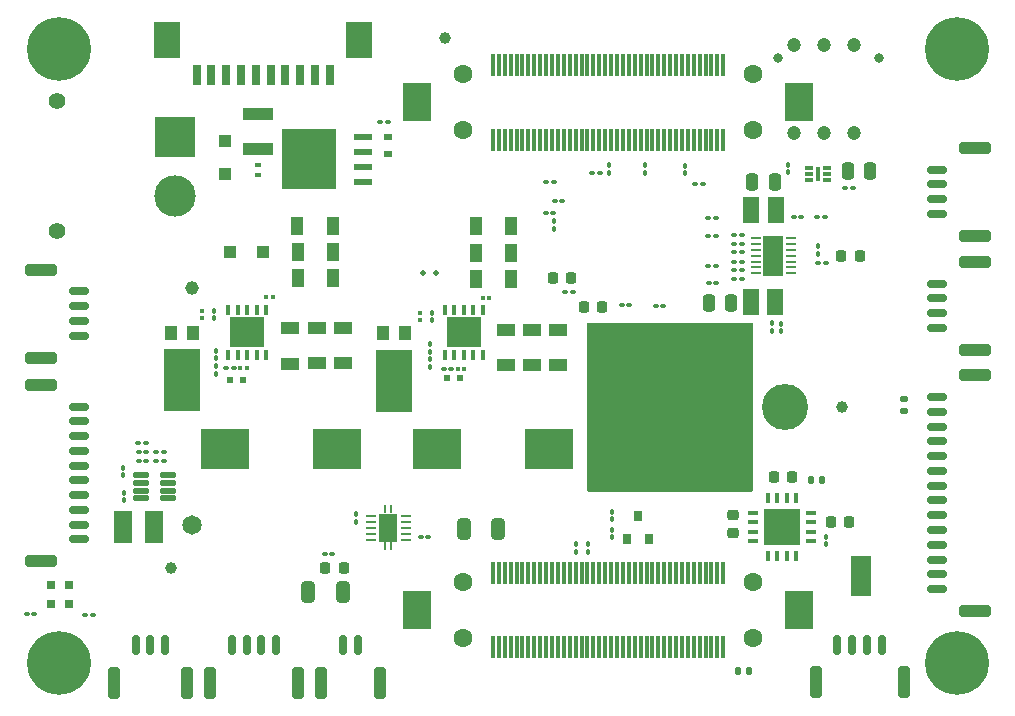
<source format=gbr>
%TF.GenerationSoftware,KiCad,Pcbnew,7.0.10*%
%TF.CreationDate,2024-02-09T12:16:23-05:00*%
%TF.ProjectId,pixc4-jetson-universal-carrier,70697863-342d-46a6-9574-736f6e2d756e,rev?*%
%TF.SameCoordinates,Original*%
%TF.FileFunction,Soldermask,Top*%
%TF.FilePolarity,Negative*%
%FSLAX46Y46*%
G04 Gerber Fmt 4.6, Leading zero omitted, Abs format (unit mm)*
G04 Created by KiCad (PCBNEW 7.0.10) date 2024-02-09 12:16:23*
%MOMM*%
%LPD*%
G01*
G04 APERTURE LIST*
G04 Aperture macros list*
%AMRoundRect*
0 Rectangle with rounded corners*
0 $1 Rounding radius*
0 $2 $3 $4 $5 $6 $7 $8 $9 X,Y pos of 4 corners*
0 Add a 4 corners polygon primitive as box body*
4,1,4,$2,$3,$4,$5,$6,$7,$8,$9,$2,$3,0*
0 Add four circle primitives for the rounded corners*
1,1,$1+$1,$2,$3*
1,1,$1+$1,$4,$5*
1,1,$1+$1,$6,$7*
1,1,$1+$1,$8,$9*
0 Add four rect primitives between the rounded corners*
20,1,$1+$1,$2,$3,$4,$5,0*
20,1,$1+$1,$4,$5,$6,$7,0*
20,1,$1+$1,$6,$7,$8,$9,0*
20,1,$1+$1,$8,$9,$2,$3,0*%
G04 Aperture macros list end*
%ADD10C,0.499999*%
%ADD11R,2.500000X1.000000*%
%ADD12R,1.100000X1.100000*%
%ADD13R,0.700000X0.600000*%
%ADD14RoundRect,0.150000X0.700000X-0.150000X0.700000X0.150000X-0.700000X0.150000X-0.700000X-0.150000X0*%
%ADD15RoundRect,0.250000X1.100000X-0.250000X1.100000X0.250000X-1.100000X0.250000X-1.100000X-0.250000X0*%
%ADD16R,2.200000X3.100000*%
%ADD17R,0.800000X1.700000*%
%ADD18RoundRect,0.150000X-0.700000X0.150000X-0.700000X-0.150000X0.700000X-0.150000X0.700000X0.150000X0*%
%ADD19RoundRect,0.250000X-1.100000X0.250000X-1.100000X-0.250000X1.100000X-0.250000X1.100000X0.250000X0*%
%ADD20C,1.400000*%
%ADD21R,3.500000X3.500000*%
%ADD22C,3.500000*%
%ADD23R,0.600000X0.400000*%
%ADD24RoundRect,0.100000X0.100000X-0.130000X0.100000X0.130000X-0.100000X0.130000X-0.100000X-0.130000X0*%
%ADD25RoundRect,0.100000X-0.130000X-0.100000X0.130000X-0.100000X0.130000X0.100000X-0.130000X0.100000X0*%
%ADD26R,1.000000X1.600000*%
%ADD27R,1.600000X1.000000*%
%ADD28R,0.350000X0.300000*%
%ADD29R,0.300000X0.350000*%
%ADD30R,0.600000X0.500000*%
%ADD31RoundRect,0.100000X0.130000X0.100000X-0.130000X0.100000X-0.130000X-0.100000X0.130000X-0.100000X0*%
%ADD32R,0.320000X0.860000*%
%ADD33R,3.000000X2.600000*%
%ADD34R,3.098800X5.207000*%
%ADD35R,0.990600X1.143000*%
%ADD36RoundRect,0.100000X-0.100000X0.130000X-0.100000X-0.130000X0.100000X-0.130000X0.100000X0.130000X0*%
%ADD37R,0.800000X0.900000*%
%ADD38R,4.100000X3.500000*%
%ADD39R,4.099999X3.500001*%
%ADD40C,0.800000*%
%ADD41C,5.400000*%
%ADD42R,0.300000X1.900000*%
%ADD43C,1.600000*%
%ADD44R,2.450000X3.200000*%
%ADD45R,0.800000X0.800000*%
%ADD46C,1.000000*%
%ADD47RoundRect,0.150000X-0.150000X-0.700000X0.150000X-0.700000X0.150000X0.700000X-0.150000X0.700000X0*%
%ADD48RoundRect,0.250000X-0.250000X-1.100000X0.250000X-1.100000X0.250000X1.100000X-0.250000X1.100000X0*%
%ADD49R,1.800000X3.400000*%
%ADD50RoundRect,0.225000X-0.225000X-0.250000X0.225000X-0.250000X0.225000X0.250000X-0.225000X0.250000X0*%
%ADD51RoundRect,0.012800X-0.147200X0.407200X-0.147200X-0.407200X0.147200X-0.407200X0.147200X0.407200X0*%
%ADD52RoundRect,0.012800X-0.407200X-0.147200X0.407200X-0.147200X0.407200X0.147200X-0.407200X0.147200X0*%
%ADD53R,3.100000X3.100000*%
%ADD54R,1.549400X2.692400*%
%ADD55RoundRect,0.140000X0.140000X0.170000X-0.140000X0.170000X-0.140000X-0.170000X0.140000X-0.170000X0*%
%ADD56R,0.635000X0.304800*%
%ADD57R,0.457200X1.295400*%
%ADD58RoundRect,0.250000X0.250000X0.475000X-0.250000X0.475000X-0.250000X-0.475000X0.250000X-0.475000X0*%
%ADD59RoundRect,0.218750X-0.218750X-0.256250X0.218750X-0.256250X0.218750X0.256250X-0.218750X0.256250X0*%
%ADD60RoundRect,0.250000X-0.300000X-0.300000X0.300000X-0.300000X0.300000X0.300000X-0.300000X0.300000X0*%
%ADD61RoundRect,0.250000X0.325000X0.650000X-0.325000X0.650000X-0.325000X-0.650000X0.325000X-0.650000X0*%
%ADD62R,1.350000X2.200000*%
%ADD63R,1.524000X0.533400*%
%ADD64R,4.648200X5.054600*%
%ADD65R,0.850000X0.280000*%
%ADD66R,0.280000X0.700000*%
%ADD67R,1.650000X2.400000*%
%ADD68R,0.804800X0.249200*%
%ADD69R,1.800000X3.400001*%
%ADD70RoundRect,0.147500X0.172500X-0.147500X0.172500X0.147500X-0.172500X0.147500X-0.172500X-0.147500X0*%
%ADD71RoundRect,0.125000X-0.537500X-0.125000X0.537500X-0.125000X0.537500X0.125000X-0.537500X0.125000X0*%
%ADD72RoundRect,0.147500X-0.147500X-0.172500X0.147500X-0.172500X0.147500X0.172500X-0.147500X0.172500X0*%
%ADD73RoundRect,0.225000X0.225000X0.250000X-0.225000X0.250000X-0.225000X-0.250000X0.225000X-0.250000X0*%
%ADD74RoundRect,0.225000X0.250000X-0.225000X0.250000X0.225000X-0.250000X0.225000X-0.250000X-0.225000X0*%
%ADD75RoundRect,0.250000X-0.325000X-0.650000X0.325000X-0.650000X0.325000X0.650000X-0.325000X0.650000X0*%
%ADD76C,1.200000*%
%ADD77C,3.900000*%
%ADD78C,1.150000*%
%ADD79C,1.650000*%
G04 APERTURE END LIST*
D10*
%TO.C,U14*%
X93459999Y-100730000D03*
X92360001Y-100730000D03*
%TD*%
D11*
%TO.C,C9*%
X78392200Y-90238400D03*
X78392200Y-87238400D03*
%TD*%
D12*
%TO.C,D1*%
X75532200Y-92333400D03*
X75532200Y-89533400D03*
%TD*%
D13*
%TO.C,D6*%
X89392200Y-90618400D03*
X89392200Y-89218400D03*
%TD*%
D14*
%TO.C,J9*%
X135872200Y-95683400D03*
X135872200Y-94433400D03*
X135872200Y-93183400D03*
X135872200Y-91933400D03*
D15*
X139072200Y-97533400D03*
X139072200Y-90083400D03*
%TD*%
D16*
%TO.C,J10*%
X86915800Y-80993320D03*
X70665800Y-80993320D03*
D17*
X84415800Y-83893320D03*
X83165800Y-83893320D03*
X81915800Y-83893320D03*
X80665800Y-83893320D03*
X79415800Y-83893320D03*
X78165800Y-83893320D03*
X76915800Y-83893320D03*
X75665800Y-83893320D03*
X74415800Y-83893320D03*
X73165800Y-83893320D03*
%TD*%
D18*
%TO.C,J20*%
X63220000Y-112000000D03*
X63220000Y-113250000D03*
X63220000Y-114500000D03*
X63220000Y-115750000D03*
X63220000Y-117000000D03*
X63220000Y-118250000D03*
X63220000Y-119500000D03*
X63220000Y-120750000D03*
X63220000Y-122000000D03*
X63220000Y-123250000D03*
D19*
X60020000Y-110150000D03*
X60020000Y-125100000D03*
%TD*%
D20*
%TO.C,J27*%
X61310700Y-97173560D03*
X61310700Y-86173560D03*
D21*
X71310700Y-89173560D03*
D22*
X71310700Y-94173560D03*
%TD*%
D23*
%TO.C,R5*%
X78352200Y-92418400D03*
X78352200Y-91518400D03*
%TD*%
D24*
%TO.C,R12*%
X92920300Y-107378300D03*
X92920300Y-106738300D03*
%TD*%
D25*
%TO.C,R18*%
X88687200Y-87908400D03*
X89327200Y-87908400D03*
%TD*%
D26*
%TO.C,C7*%
X96812200Y-96718400D03*
X99812200Y-96718400D03*
%TD*%
D27*
%TO.C,C24*%
X101593520Y-108501100D03*
X101593520Y-105501100D03*
%TD*%
D26*
%TO.C,C10*%
X96812200Y-98963500D03*
X99812200Y-98963500D03*
%TD*%
%TO.C,C12*%
X96807200Y-101228400D03*
X99807200Y-101228400D03*
%TD*%
D28*
%TO.C,C14*%
X92092200Y-104098400D03*
X92092200Y-104658400D03*
%TD*%
D29*
%TO.C,C16*%
X95265300Y-108823300D03*
X95825300Y-108823300D03*
%TD*%
D27*
%TO.C,C22*%
X99381180Y-108485860D03*
X99381180Y-105485860D03*
%TD*%
%TO.C,C26*%
X103770300Y-108498300D03*
X103770300Y-105498300D03*
%TD*%
D30*
%TO.C,C18*%
X94370300Y-109623300D03*
X95470300Y-109623300D03*
%TD*%
D29*
%TO.C,C20*%
X97925300Y-102773300D03*
X97365300Y-102773300D03*
%TD*%
D31*
%TO.C,R6*%
X94732200Y-108818400D03*
X94092200Y-108818400D03*
%TD*%
D24*
%TO.C,R8*%
X93072200Y-104698400D03*
X93072200Y-104058400D03*
%TD*%
D32*
%TO.C,U3*%
X97370300Y-103788300D03*
X96570300Y-103788300D03*
X95770300Y-103788300D03*
X94970300Y-103788300D03*
X94170300Y-103788300D03*
X94170300Y-107658300D03*
X94970300Y-107658300D03*
X95770300Y-107658300D03*
X96570300Y-107658300D03*
X97370300Y-107658300D03*
D33*
X95770300Y-105723300D03*
%TD*%
D34*
%TO.C,D2*%
X89845300Y-109802400D03*
D35*
X90765301Y-105814600D03*
X88925299Y-105814600D03*
%TD*%
D36*
%TO.C,R19*%
X105257600Y-123657400D03*
X105257600Y-124297400D03*
%TD*%
D37*
%TO.C,Q1*%
X109590000Y-123240000D03*
X111490000Y-123240000D03*
X110540000Y-121240000D03*
%TD*%
D24*
%TO.C,R1*%
X108310000Y-123055000D03*
X108310000Y-122415000D03*
%TD*%
%TO.C,R2*%
X108330000Y-121560000D03*
X108330000Y-120920000D03*
%TD*%
D31*
%TO.C,R7*%
X76322200Y-108768400D03*
X75682200Y-108768400D03*
%TD*%
D24*
%TO.C,R9*%
X74645300Y-104518300D03*
X74645300Y-103878300D03*
%TD*%
D38*
%TO.C,L2*%
X75570300Y-115573300D03*
D39*
X85070300Y-115573300D03*
%TD*%
D24*
%TO.C,R14*%
X74770300Y-109248300D03*
X74770300Y-108608300D03*
%TD*%
D27*
%TO.C,C25*%
X83345300Y-108348300D03*
X83345300Y-105348300D03*
%TD*%
D26*
%TO.C,C13*%
X81698200Y-96746400D03*
X84698200Y-96746400D03*
%TD*%
D27*
%TO.C,C23*%
X81045300Y-108373300D03*
X81045300Y-105373300D03*
%TD*%
D29*
%TO.C,C17*%
X76862200Y-108768400D03*
X77422200Y-108768400D03*
%TD*%
D26*
%TO.C,C11*%
X81712200Y-98948400D03*
X84712200Y-98948400D03*
%TD*%
%TO.C,C8*%
X81712200Y-101148400D03*
X84712200Y-101148400D03*
%TD*%
D30*
%TO.C,C19*%
X75962200Y-109728400D03*
X77062200Y-109728400D03*
%TD*%
D28*
%TO.C,C15*%
X73645300Y-103918300D03*
X73645300Y-104478300D03*
%TD*%
D29*
%TO.C,C21*%
X79625300Y-102723300D03*
X79065300Y-102723300D03*
%TD*%
D27*
%TO.C,C27*%
X85570300Y-108348300D03*
X85570300Y-105348300D03*
%TD*%
D32*
%TO.C,U4*%
X79045300Y-103788300D03*
X78245300Y-103788300D03*
X77445300Y-103788300D03*
X76645300Y-103788300D03*
X75845300Y-103788300D03*
X75845300Y-107658300D03*
X76645300Y-107658300D03*
X77445300Y-107658300D03*
X78245300Y-107658300D03*
X79045300Y-107658300D03*
D33*
X77445300Y-105723300D03*
%TD*%
D24*
%TO.C,R15*%
X74770300Y-107918300D03*
X74770300Y-107278300D03*
%TD*%
D34*
%TO.C,D3*%
X71920300Y-109752400D03*
D35*
X72840301Y-105764600D03*
X71000299Y-105764600D03*
%TD*%
D40*
%TO.C,J1*%
X59475000Y-81750000D03*
X60068109Y-80318109D03*
X60068109Y-83181891D03*
X61500000Y-79725000D03*
D41*
X61500000Y-81750000D03*
D40*
X61500000Y-83775000D03*
X62931891Y-80318109D03*
X62931891Y-83181891D03*
X63525000Y-81750000D03*
%TD*%
%TO.C,J2*%
X59475000Y-133750000D03*
X60068109Y-132318109D03*
X60068109Y-135181891D03*
X61500000Y-131725000D03*
D41*
X61500000Y-133750000D03*
D40*
X61500000Y-135775000D03*
X62931891Y-132318109D03*
X62931891Y-135181891D03*
X63525000Y-133750000D03*
%TD*%
%TO.C,J3*%
X135475000Y-81750000D03*
X136068109Y-80318109D03*
X136068109Y-83181891D03*
X137500000Y-79725000D03*
D41*
X137500000Y-81750000D03*
D40*
X137500000Y-83775000D03*
X138931891Y-80318109D03*
X138931891Y-83181891D03*
X139525000Y-81750000D03*
%TD*%
%TO.C,J4*%
X135475000Y-133750000D03*
X136068109Y-132318109D03*
X136068109Y-135181891D03*
X137500000Y-131725000D03*
D41*
X137500000Y-133750000D03*
D40*
X137500000Y-135775000D03*
X138931891Y-132318109D03*
X138931891Y-135181891D03*
X139525000Y-133750000D03*
%TD*%
D42*
%TO.C,J5*%
X98250000Y-89400000D03*
X98750000Y-89400000D03*
X99250000Y-89400000D03*
X99750000Y-89400000D03*
X100250000Y-89400000D03*
X100750000Y-89400000D03*
X101250000Y-89400000D03*
X101750000Y-89400000D03*
X102250000Y-89400000D03*
X102750000Y-89400000D03*
X103250000Y-89400000D03*
X103750000Y-89400000D03*
X104250000Y-89400000D03*
X104750000Y-89400000D03*
X105250000Y-89400000D03*
X105750000Y-89400000D03*
X106250000Y-89400000D03*
X106750000Y-89400000D03*
X107250000Y-89400000D03*
X107750000Y-89400000D03*
X108250000Y-89400000D03*
X108750000Y-89400000D03*
X109250000Y-89400000D03*
X109750000Y-89400000D03*
X110250000Y-89400000D03*
X110750000Y-89400000D03*
X111250000Y-89400000D03*
X111750000Y-89400000D03*
X112250000Y-89400000D03*
X112750000Y-89400000D03*
X113250000Y-89400000D03*
X113750000Y-89400000D03*
X114250000Y-89400000D03*
X114750000Y-89400000D03*
X115250000Y-89400000D03*
X115750000Y-89400000D03*
X116250000Y-89400000D03*
X116750000Y-89400000D03*
X117250000Y-89400000D03*
X117750000Y-89400000D03*
X98250000Y-83100000D03*
X98750000Y-83100000D03*
X99250000Y-83100000D03*
X99750000Y-83100000D03*
X100250000Y-83100000D03*
X100750000Y-83100000D03*
X101250000Y-83100000D03*
X101750000Y-83100000D03*
X102250000Y-83100000D03*
X102750000Y-83100000D03*
X103250000Y-83100000D03*
X103750000Y-83100000D03*
X104250000Y-83100000D03*
X104750000Y-83100000D03*
X105250000Y-83100000D03*
X105750000Y-83100000D03*
X106250000Y-83100000D03*
X106750000Y-83100000D03*
X107250000Y-83100000D03*
X107750000Y-83100000D03*
X108250000Y-83100000D03*
X108750000Y-83100000D03*
X109250000Y-83100000D03*
X109750000Y-83100000D03*
X110250000Y-83100000D03*
X110750000Y-83100000D03*
X111250000Y-83100000D03*
X111750000Y-83100000D03*
X112250000Y-83100000D03*
X112750000Y-83100000D03*
X113250000Y-83100000D03*
X113750000Y-83100000D03*
X114250000Y-83100000D03*
X114750000Y-83100000D03*
X115250000Y-83100000D03*
X115750000Y-83100000D03*
X116250000Y-83100000D03*
X116750000Y-83100000D03*
X117250000Y-83100000D03*
X117750000Y-83100000D03*
D43*
X95750000Y-88625000D03*
X120250000Y-88625000D03*
X95750000Y-83875000D03*
X120250000Y-83875000D03*
D44*
X91825000Y-86250000D03*
X124175000Y-86250000D03*
%TD*%
D42*
%TO.C,J6*%
X98250000Y-132400000D03*
X98750000Y-132400000D03*
X99250000Y-132400000D03*
X99750000Y-132400000D03*
X100250000Y-132400000D03*
X100750000Y-132400000D03*
X101250000Y-132400000D03*
X101750000Y-132400000D03*
X102250000Y-132400000D03*
X102750000Y-132400000D03*
X103250000Y-132400000D03*
X103750000Y-132400000D03*
X104250000Y-132400000D03*
X104750000Y-132400000D03*
X105250000Y-132400000D03*
X105750000Y-132400000D03*
X106250000Y-132400000D03*
X106750000Y-132400000D03*
X107250000Y-132400000D03*
X107750000Y-132400000D03*
X108250000Y-132400000D03*
X108750000Y-132400000D03*
X109250000Y-132400000D03*
X109750000Y-132400000D03*
X110250000Y-132400000D03*
X110750000Y-132400000D03*
X111250000Y-132400000D03*
X111750000Y-132400000D03*
X112250000Y-132400000D03*
X112750000Y-132400000D03*
X113250000Y-132400000D03*
X113750000Y-132400000D03*
X114250000Y-132400000D03*
X114750000Y-132400000D03*
X115250000Y-132400000D03*
X115750000Y-132400000D03*
X116250000Y-132400000D03*
X116750000Y-132400000D03*
X117250000Y-132400000D03*
X117750000Y-132400000D03*
X98250000Y-126100000D03*
X98750000Y-126100000D03*
X99250000Y-126100000D03*
X99750000Y-126100000D03*
X100250000Y-126100000D03*
X100750000Y-126100000D03*
X101250000Y-126100000D03*
X101750000Y-126100000D03*
X102250000Y-126100000D03*
X102750000Y-126100000D03*
X103250000Y-126100000D03*
X103750000Y-126100000D03*
X104250000Y-126100000D03*
X104750000Y-126100000D03*
X105250000Y-126100000D03*
X105750000Y-126100000D03*
X106250000Y-126100000D03*
X106750000Y-126100000D03*
X107250000Y-126100000D03*
X107750000Y-126100000D03*
X108250000Y-126100000D03*
X108750000Y-126100000D03*
X109250000Y-126100000D03*
X109750000Y-126100000D03*
X110250000Y-126100000D03*
X110750000Y-126100000D03*
X111250000Y-126100000D03*
X111750000Y-126100000D03*
X112250000Y-126100000D03*
X112750000Y-126100000D03*
X113250000Y-126100000D03*
X113750000Y-126100000D03*
X114250000Y-126100000D03*
X114750000Y-126100000D03*
X115250000Y-126100000D03*
X115750000Y-126100000D03*
X116250000Y-126100000D03*
X116750000Y-126100000D03*
X117250000Y-126100000D03*
X117750000Y-126100000D03*
D43*
X95750000Y-131625000D03*
X120250000Y-131625000D03*
X95750000Y-126875000D03*
X120250000Y-126875000D03*
D44*
X91825000Y-129250000D03*
X124175000Y-129250000D03*
%TD*%
D45*
%TO.C,D4*%
X60858400Y-128714400D03*
X60858400Y-127114400D03*
%TD*%
%TO.C,D5*%
X62331600Y-128714400D03*
X62331600Y-127114400D03*
%TD*%
D46*
%TO.C,FID1*%
X71000000Y-125670000D03*
%TD*%
%TO.C,FID4*%
X94160000Y-80760000D03*
%TD*%
D47*
%TO.C,J12*%
X76150000Y-132210000D03*
X77400000Y-132210000D03*
X78650000Y-132210000D03*
X79900000Y-132210000D03*
D48*
X74300000Y-135410000D03*
X81750000Y-135410000D03*
%TD*%
D38*
%TO.C,L1*%
X93470300Y-115573300D03*
D39*
X102970300Y-115573300D03*
%TD*%
D31*
%TO.C,R16*%
X59430000Y-129590000D03*
X58790000Y-129590000D03*
%TD*%
D25*
%TO.C,R17*%
X63740000Y-129620000D03*
X64380000Y-129620000D03*
%TD*%
D49*
%TO.C,TP1*%
X129370000Y-126320000D03*
%TD*%
D46*
%TO.C,FID2*%
X127800000Y-112080000D03*
%TD*%
D50*
%TO.C,C63*%
X105968200Y-103581200D03*
X107518200Y-103581200D03*
%TD*%
D31*
%TO.C,C72*%
X126350000Y-95960000D03*
X125710000Y-95960000D03*
%TD*%
D51*
%TO.C,U7*%
X123910800Y-119770800D03*
X123110800Y-119770800D03*
X122310800Y-119770800D03*
X121510800Y-119770800D03*
D52*
X120275800Y-121005800D03*
X120275800Y-121805800D03*
X120275800Y-122605800D03*
X120275800Y-123405800D03*
D51*
X121510800Y-124640800D03*
X122310800Y-124640800D03*
X123110800Y-124640800D03*
X123910800Y-124640800D03*
D52*
X125145800Y-123405800D03*
X125145800Y-122605800D03*
X125145800Y-121805800D03*
X125145800Y-121005800D03*
D53*
X122710800Y-122205800D03*
%TD*%
D24*
%TO.C,C71*%
X121890000Y-105610000D03*
X121890000Y-104970000D03*
%TD*%
D25*
%TO.C,R20*%
X118653600Y-98221800D03*
X119293600Y-98221800D03*
%TD*%
%TO.C,R28*%
X69748000Y-116611400D03*
X70388000Y-116611400D03*
%TD*%
D31*
%TO.C,C65*%
X117134600Y-100076000D03*
X116494600Y-100076000D03*
%TD*%
D54*
%TO.C,L3*%
X69583300Y-122199400D03*
X66916300Y-122199400D03*
%TD*%
D47*
%TO.C,J34*%
X127410000Y-132150000D03*
X128660000Y-132150000D03*
X129910000Y-132150000D03*
X131160000Y-132150000D03*
D48*
X125560000Y-135350000D03*
X133010000Y-135350000D03*
%TD*%
D55*
%TO.C,C36*%
X126108400Y-118211600D03*
X125148400Y-118211600D03*
%TD*%
D36*
%TO.C,C61*%
X114528600Y-91602600D03*
X114528600Y-92242600D03*
%TD*%
D31*
%TO.C,C64*%
X109779200Y-103428800D03*
X109139200Y-103428800D03*
%TD*%
%TO.C,R24*%
X92780000Y-123050000D03*
X92140000Y-123050000D03*
%TD*%
%TO.C,R31*%
X68874600Y-115087400D03*
X68234600Y-115087400D03*
%TD*%
D56*
%TO.C,U13*%
X124993400Y-91795600D03*
X124993400Y-92303600D03*
X124993400Y-92811600D03*
X126517400Y-92811600D03*
X126517400Y-92303600D03*
X126517400Y-91795600D03*
D57*
X125755400Y-92303600D03*
%TD*%
D58*
%TO.C,C33*%
X122108000Y-93014800D03*
X120208000Y-93014800D03*
%TD*%
D36*
%TO.C,C39*%
X126466600Y-123007600D03*
X126466600Y-123647600D03*
%TD*%
D59*
%TO.C,D7*%
X84030000Y-125690000D03*
X85605000Y-125690000D03*
%TD*%
D31*
%TO.C,R21*%
X119293600Y-97510600D03*
X118653600Y-97510600D03*
%TD*%
%TO.C,R13*%
X119293600Y-101193600D03*
X118653600Y-101193600D03*
%TD*%
D24*
%TO.C,R10*%
X92920300Y-108643300D03*
X92920300Y-108003300D03*
%TD*%
D60*
%TO.C,D9*%
X75946000Y-98933000D03*
X78746000Y-98933000D03*
%TD*%
D58*
%TO.C,C32*%
X118399600Y-103200200D03*
X116499600Y-103200200D03*
%TD*%
D14*
%TO.C,J15*%
X135872200Y-105354600D03*
X135872200Y-104104600D03*
X135872200Y-102854600D03*
X135872200Y-101604600D03*
D15*
X139072200Y-107204600D03*
X139072200Y-99754600D03*
%TD*%
D61*
%TO.C,C93*%
X85560000Y-127700000D03*
X82610000Y-127700000D03*
%TD*%
D62*
%TO.C,L5*%
X120108000Y-95351600D03*
X122208000Y-95351600D03*
%TD*%
D36*
%TO.C,C46*%
X66979800Y-119288600D03*
X66979800Y-119928600D03*
%TD*%
D63*
%TO.C,Q2*%
X87249000Y-92973400D03*
X87249000Y-91703400D03*
X87249000Y-90433400D03*
X87249000Y-89163400D03*
D64*
X82638900Y-91068400D03*
%TD*%
D25*
%TO.C,R11*%
X118653600Y-100482400D03*
X119293600Y-100482400D03*
%TD*%
D65*
%TO.C,U6*%
X87905800Y-121266200D03*
X87905800Y-121766200D03*
X87905800Y-122266200D03*
X87905800Y-122766200D03*
X87905800Y-123266200D03*
X90855800Y-123266200D03*
X90855800Y-122766200D03*
X90855800Y-122266200D03*
X90855800Y-121766200D03*
X90855800Y-121266200D03*
D66*
X89130800Y-120716200D03*
X89130800Y-123816200D03*
D67*
X89380800Y-122266200D03*
D66*
X89630800Y-120716200D03*
X89630800Y-123816200D03*
%TD*%
D31*
%TO.C,C41*%
X124370000Y-95940000D03*
X123730000Y-95940000D03*
%TD*%
D50*
%TO.C,C30*%
X127749000Y-99288600D03*
X129299000Y-99288600D03*
%TD*%
D68*
%TO.C,U5*%
X123453200Y-100728399D03*
X123453200Y-100228400D03*
X123453200Y-99728398D03*
X123453200Y-99228399D03*
X123453200Y-98728397D03*
X123453200Y-98228398D03*
X123453200Y-97728399D03*
X120548400Y-97728399D03*
X120548400Y-98228398D03*
X120548400Y-98728400D03*
X120548400Y-99228399D03*
X120548400Y-99728401D03*
X120548400Y-100228400D03*
X120548400Y-100728399D03*
D69*
X122000800Y-99228399D03*
%TD*%
D24*
%TO.C,C92*%
X122660000Y-105615000D03*
X122660000Y-104975000D03*
%TD*%
D25*
%TO.C,C60*%
X104378800Y-102336600D03*
X105018800Y-102336600D03*
%TD*%
D70*
%TO.C,D11*%
X133080000Y-112347500D03*
X133080000Y-111377500D03*
%TD*%
D58*
%TO.C,C84*%
X130210600Y-92075000D03*
X128310600Y-92075000D03*
%TD*%
D36*
%TO.C,C69*%
X111125000Y-91592400D03*
X111125000Y-92232400D03*
%TD*%
D25*
%TO.C,C67*%
X112024200Y-103454200D03*
X112664200Y-103454200D03*
%TD*%
D31*
%TO.C,R35*%
X104104400Y-94640400D03*
X103464400Y-94640400D03*
%TD*%
D36*
%TO.C,C90*%
X123250000Y-91525000D03*
X123250000Y-92165000D03*
%TD*%
D25*
%TO.C,C91*%
X102710000Y-95590000D03*
X103350000Y-95590000D03*
%TD*%
D71*
%TO.C,U9*%
X68438600Y-117830600D03*
X68438600Y-118480600D03*
X68438600Y-119130600D03*
X68438600Y-119780600D03*
X70713600Y-119780600D03*
X70713600Y-119130600D03*
X70713600Y-118480600D03*
X70713600Y-117830600D03*
%TD*%
D25*
%TO.C,C31*%
X118664200Y-99745800D03*
X119304200Y-99745800D03*
%TD*%
%TO.C,R29*%
X68245200Y-116611400D03*
X68885200Y-116611400D03*
%TD*%
D50*
%TO.C,C59*%
X103339600Y-101142800D03*
X104889600Y-101142800D03*
%TD*%
D24*
%TO.C,C47*%
X66954400Y-117820400D03*
X66954400Y-117180400D03*
%TD*%
D31*
%TO.C,C66*%
X117094400Y-97561400D03*
X116454400Y-97561400D03*
%TD*%
%TO.C,C85*%
X128717000Y-93522800D03*
X128077000Y-93522800D03*
%TD*%
D18*
%TO.C,J7*%
X63220000Y-102260000D03*
X63220000Y-103510000D03*
X63220000Y-104760000D03*
X63220000Y-106010000D03*
D19*
X60020000Y-100410000D03*
X60020000Y-107860000D03*
%TD*%
D24*
%TO.C,C35*%
X86664800Y-121772200D03*
X86664800Y-121132200D03*
%TD*%
D36*
%TO.C,R34*%
X103378000Y-96312200D03*
X103378000Y-96952200D03*
%TD*%
D25*
%TO.C,R25*%
X84012500Y-124510000D03*
X84652500Y-124510000D03*
%TD*%
D36*
%TO.C,R27*%
X106324400Y-123672600D03*
X106324400Y-124312600D03*
%TD*%
D62*
%TO.C,L6*%
X122157200Y-103124000D03*
X120057200Y-103124000D03*
%TD*%
D25*
%TO.C,C48*%
X69748000Y-115849400D03*
X70388000Y-115849400D03*
%TD*%
%TO.C,R36*%
X115351600Y-93141800D03*
X115991600Y-93141800D03*
%TD*%
D31*
%TO.C,C57*%
X117149800Y-101549200D03*
X116509800Y-101549200D03*
%TD*%
%TO.C,C70*%
X117094000Y-96062800D03*
X116454000Y-96062800D03*
%TD*%
D72*
%TO.C,D10*%
X118990000Y-134390000D03*
X119960000Y-134390000D03*
%TD*%
D47*
%TO.C,J26*%
X68005000Y-132210000D03*
X69255000Y-132210000D03*
X70505000Y-132210000D03*
D48*
X66155000Y-135410000D03*
X72355000Y-135410000D03*
%TD*%
D47*
%TO.C,J11*%
X85570000Y-132210000D03*
X86820000Y-132210000D03*
D48*
X83720000Y-135410000D03*
X88670000Y-135410000D03*
%TD*%
D73*
%TO.C,C40*%
X128410000Y-121767600D03*
X126860000Y-121767600D03*
%TD*%
D25*
%TO.C,C42*%
X106650000Y-92240000D03*
X107290000Y-92240000D03*
%TD*%
%TO.C,R30*%
X68241100Y-115849400D03*
X68881100Y-115849400D03*
%TD*%
%TO.C,C49*%
X125791000Y-99872800D03*
X126431000Y-99872800D03*
%TD*%
%TO.C,C62*%
X102740000Y-93000000D03*
X103380000Y-93000000D03*
%TD*%
D73*
%TO.C,C37*%
X123609400Y-118008400D03*
X122059400Y-118008400D03*
%TD*%
D14*
%TO.C,J28*%
X135872200Y-127453400D03*
X135872200Y-126203400D03*
X135872200Y-124953400D03*
X135872200Y-123703400D03*
X135872200Y-122453400D03*
X135872200Y-121203400D03*
X135872200Y-119953400D03*
X135872200Y-118703400D03*
X135872200Y-117453400D03*
X135872200Y-116203400D03*
X135872200Y-114953400D03*
X135872200Y-113703400D03*
X135872200Y-112453400D03*
X135872200Y-111203400D03*
D15*
X139072200Y-129303400D03*
X139072200Y-109353400D03*
%TD*%
D36*
%TO.C,C68*%
X108102400Y-91587400D03*
X108102400Y-92227400D03*
%TD*%
D24*
%TO.C,R38*%
X125730000Y-99049800D03*
X125730000Y-98409800D03*
%TD*%
D25*
%TO.C,C34*%
X118663800Y-98958400D03*
X119303800Y-98958400D03*
%TD*%
D74*
%TO.C,C38*%
X118541800Y-122695000D03*
X118541800Y-121145000D03*
%TD*%
D75*
%TO.C,C94*%
X95760000Y-122400000D03*
X98710000Y-122400000D03*
%TD*%
D40*
%TO.C,J31*%
X122403400Y-82473800D03*
D76*
X123723400Y-81423800D03*
X123723400Y-88823800D03*
X126263400Y-81423800D03*
X126263400Y-88823800D03*
X128803400Y-81423800D03*
X128803400Y-88823800D03*
D40*
X130903400Y-82473800D03*
%TD*%
D77*
%TO.C,SP1*%
X123000000Y-112000000D03*
%TD*%
D78*
%TO.C,J30*%
X72750000Y-102000000D03*
D79*
X72750000Y-122000000D03*
%TD*%
G36*
X120213039Y-104909685D02*
G01*
X120258794Y-104962489D01*
X120270000Y-105014000D01*
X120270000Y-119076000D01*
X120250315Y-119143039D01*
X120197511Y-119188794D01*
X120146000Y-119200000D01*
X106344000Y-119200000D01*
X106276961Y-119180315D01*
X106231206Y-119127511D01*
X106220000Y-119076000D01*
X106220000Y-105014000D01*
X106239685Y-104946961D01*
X106292489Y-104901206D01*
X106344000Y-104890000D01*
X120146000Y-104890000D01*
X120213039Y-104909685D01*
G37*
M02*

</source>
